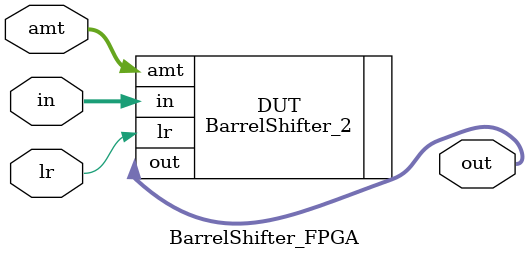
<source format=sv>
module BarrelShifter_FPGA(
	input logic [7:0] in,
	input logic [2:0] amt,
	input logic lr,
	output logic [7:0] out
);

	BarrelShifter_2 DUT (.in(in), .amt(amt), .lr(lr), .out(out));

endmodule
</source>
